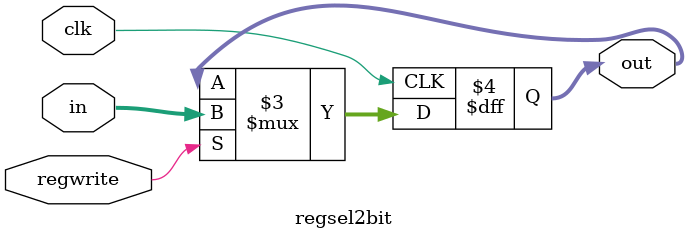
<source format=v>
module register(clk, in, out);
input [15:0] in;
output reg [15:0] out;
input clk;
always @(posedge clk)begin
out = in;
end
endmodule 

module register2bit(clk, in, out);//    carry__flag
input [1:0] in;
output reg [1:0] out;
input clk;
always @(posedge clk)begin
out = in;
end
endmodule 

module regsel(clk, regwrite, in, out);
input [15:0] in;
output reg [15:0] out;
input clk, regwrite;
always @(posedge clk)begin
out = regwrite == 1'b1 ? in : out;
end
endmodule 


module regsel2bit(clk, regwrite, in, out);
input [1:0] in;
output reg [1:0] out;
input clk, regwrite;
always @(posedge clk)begin
out = regwrite == 1'b1 ? in : out;
end
endmodule 
</source>
